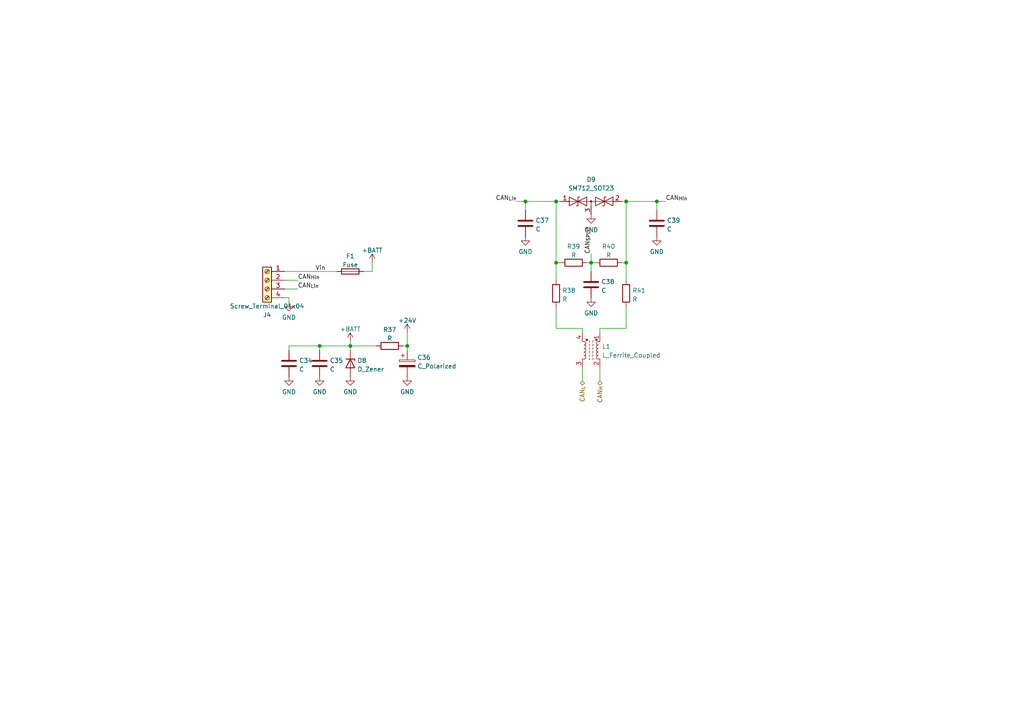
<source format=kicad_sch>
(kicad_sch (version 20230121) (generator eeschema)
  (paper "A4")
  (lib_symbols
    (symbol "Connector:Screw_Terminal_01x04" (pin_names (offset 1.016) hide)
      (property "Reference" "J" (at 0 5.08 0))
      (property "Value" "Screw_Terminal_01x04" (at 0 -7.62 0))
      (symbol "Screw_Terminal_01x04_1_1"
        (rectangle (start -1.27 3.81) (end 1.27 -6.35) (stroke (width 0.254)) (fill (type background)))
        (circle (center 0 -5.08) (radius 0.635) (stroke (width 0.1524)))
        (circle (center 0 -2.54) (radius 0.635) (stroke (width 0.1524)))
        (polyline (pts (xy -0.5334 -4.7498) (xy 0.3302 -5.588)) (stroke (width 0.1524)))
        (polyline (pts (xy -0.5334 -2.2098) (xy 0.3302 -3.048)) (stroke (width 0.1524)))
        (polyline (pts (xy -0.5334 0.3302) (xy 0.3302 -0.508)) (stroke (width 0.1524)))
        (polyline (pts (xy -0.5334 2.8702) (xy 0.3302 2.032)) (stroke (width 0.1524)))
        (polyline (pts (xy -0.3556 -4.572) (xy 0.508 -5.4102)) (stroke (width 0.1524)))
        (polyline (pts (xy -0.3556 -2.032) (xy 0.508 -2.8702)) (stroke (width 0.1524)))
        (polyline (pts (xy -0.3556 0.508) (xy 0.508 -0.3302)) (stroke (width 0.1524)))
        (polyline (pts (xy -0.3556 3.048) (xy 0.508 2.2098)) (stroke (width 0.1524)))
        (circle (center 0 0) (radius 0.635) (stroke (width 0.1524)))
        (circle (center 0 2.54) (radius 0.635) (stroke (width 0.1524)))
        (pin passive line (at -5.08 2.54 0) (length 3.81) (name "Pin_1") (number "1"))
        (pin passive line (at -5.08 0 0) (length 3.81) (name "Pin_2") (number "2"))
        (pin passive line (at -5.08 -2.54 0) (length 3.81) (name "Pin_3") (number "3"))
        (pin passive line (at -5.08 -5.08 0) (length 3.81) (name "Pin_4") (number "4"))
      )
    )
    (symbol "Device:C" (pin_numbers hide) (pin_names (offset 0.254))
      (property "Reference" "C" (at 0.635 2.54 0))
      (property "Value" "C" (at 0.635 -2.54 0))
      (symbol "C_0_1"
        (polyline (pts (xy -2.032 -0.762) (xy 2.032 -0.762)) (stroke (width 0.508)))
        (polyline (pts (xy -2.032 0.762) (xy 2.032 0.762)) (stroke (width 0.508)))
      )
      (symbol "C_1_1"
        (pin passive line (at 0 3.81 270) (length 2.794) (name "~") (number "1"))
        (pin passive line (at 0 -3.81 90) (length 2.794) (name "~") (number "2"))
      )
    )
    (symbol "Device:C_Polarized" (pin_numbers hide) (pin_names (offset 0.254))
      (property "Reference" "C" (at 0.635 2.54 0))
      (property "Value" "C_Polarized" (at 0.635 -2.54 0))
      (symbol "C_Polarized_0_1"
        (rectangle (start -2.286 0.508) (end 2.286 1.016))
        (polyline (pts (xy -1.778 2.286) (xy -0.762 2.286)))
        (polyline (pts (xy -1.27 2.794) (xy -1.27 1.778)))
        (rectangle (start 2.286 -0.508) (end -2.286 -1.016) (fill (type outline)))
      )
      (symbol "C_Polarized_1_1"
        (pin passive line (at 0 3.81 270) (length 2.794) (name "~") (number "1"))
        (pin passive line (at 0 -3.81 90) (length 2.794) (name "~") (number "2"))
      )
    )
    (symbol "Device:D_Zener" (pin_numbers hide) (pin_names (offset 1.016) hide)
      (property "Reference" "D" (at 0 2.54 0))
      (property "Value" "D_Zener" (at 0 -2.54 0))
      (symbol "D_Zener_0_1"
        (polyline (pts (xy 1.27 0) (xy -1.27 0)))
        (polyline (pts (xy -1.27 -1.27) (xy -1.27 1.27) (xy -0.762 1.27)) (stroke (width 0.254)))
        (polyline (pts (xy 1.27 -1.27) (xy 1.27 1.27) (xy -1.27 0) (xy 1.27 -1.27)) (stroke (width 0.254)))
      )
      (symbol "D_Zener_1_1"
        (pin passive line (at -3.81 0 0) (length 2.54) (name "K") (number "1"))
        (pin passive line (at 3.81 0 180) (length 2.54) (name "A") (number "2"))
      )
    )
    (symbol "Device:Fuse" (pin_numbers hide) (pin_names (offset 0))
      (property "Reference" "F" (at 2.032 0 90))
      (property "Value" "Fuse" (at -1.905 0 90))
      (symbol "Fuse_0_1"
        (rectangle (start -0.762 -2.54) (end 0.762 2.54) (stroke (width 0.254)))
        (polyline (pts (xy 0 2.54) (xy 0 -2.54)))
      )
      (symbol "Fuse_1_1"
        (pin passive line (at 0 3.81 270) (length 1.27) (name "~") (number "1"))
        (pin passive line (at 0 -3.81 90) (length 1.27) (name "~") (number "2"))
      )
    )
    (symbol "Device:L_Ferrite_Coupled_1243" (pin_names (offset 0.254) hide)
      (property "Reference" "L" (at 0 4.445 0))
      (property "Value" "L_Ferrite_Coupled_1243" (at 0 -4.445 0))
      (symbol "L_Ferrite_Coupled_1243_0_1"
        (circle (center -3.048 -1.27) (radius 0.254) (fill (type outline)))
        (circle (center -3.048 1.524) (radius 0.254) (fill (type outline)))
        (arc (start -2.54 2.032) (mid -2.032 1.5262) (end -1.524 2.032))
        (arc (start -1.524 -2.032) (mid -2.032 -1.5262) (end -2.54 -2.032))
        (arc (start -1.524 2.032) (mid -1.016 1.5262) (end -0.508 2.032))
        (arc (start -0.508 -2.032) (mid -1.016 -1.5262) (end -1.524 -2.032))
        (arc (start -0.508 2.032) (mid 0 1.5262) (end 0.508 2.032))
        (polyline (pts (xy -2.794 -0.508) (xy -2.286 -0.508)))
        (polyline (pts (xy -2.794 0.508) (xy -2.286 0.508)))
        (polyline (pts (xy -2.54 -2.032) (xy -2.54 -2.54)))
        (polyline (pts (xy -2.54 2.032) (xy -2.54 2.54)))
        (polyline (pts (xy -1.778 -0.508) (xy -1.27 -0.508)))
        (polyline (pts (xy -1.778 0.508) (xy -1.27 0.508)))
        (polyline (pts (xy -0.762 -0.508) (xy -0.254 -0.508)))
        (polyline (pts (xy -0.762 0.508) (xy -0.254 0.508)))
        (polyline (pts (xy 0.254 -0.508) (xy 0.762 -0.508)))
        (polyline (pts (xy 0.254 0.508) (xy 0.762 0.508)))
        (polyline (pts (xy 1.27 -0.508) (xy 1.778 -0.508)))
        (polyline (pts (xy 1.27 0.508) (xy 1.778 0.508)))
        (polyline (pts (xy 2.286 -0.508) (xy 2.794 -0.508)))
        (polyline (pts (xy 2.286 0.508) (xy 2.794 0.508)))
        (polyline (pts (xy 2.54 -2.032) (xy 2.54 -2.54)))
        (polyline (pts (xy 2.54 2.54) (xy 2.54 2.032)))
        (arc (start 0.508 -2.032) (mid 0 -1.5262) (end -0.508 -2.032))
        (arc (start 0.508 2.032) (mid 1.016 1.5262) (end 1.524 2.032))
        (arc (start 1.524 -2.032) (mid 1.016 -1.5262) (end 0.508 -2.032))
        (arc (start 1.524 2.032) (mid 2.032 1.5262) (end 2.54 2.032))
        (arc (start 2.54 -2.032) (mid 2.032 -1.5262) (end 1.524 -2.032))
      )
      (symbol "L_Ferrite_Coupled_1243_1_1"
        (pin passive line (at -5.08 2.54 0) (length 2.54) (name "1") (number "1"))
        (pin passive line (at 5.08 2.54 180) (length 2.54) (name "2") (number "2"))
        (pin passive line (at 5.08 -2.54 180) (length 2.54) (name "3") (number "3"))
        (pin passive line (at -5.08 -2.54 0) (length 2.54) (name "4") (number "4"))
      )
    )
    (symbol "Device:R" (pin_numbers hide) (pin_names (offset 0))
      (property "Reference" "R" (at 2.032 0 90))
      (property "Value" "R" (at 0 0 90))
      (symbol "R_0_1"
        (rectangle (start -1.016 -2.54) (end 1.016 2.54) (stroke (width 0.254)))
      )
      (symbol "R_1_1"
        (pin passive line (at 0 3.81 270) (length 1.27) (name "~") (number "1"))
        (pin passive line (at 0 -3.81 90) (length 1.27) (name "~") (number "2"))
      )
    )
    (symbol "Diode:SM712_SOT23" (pin_names (offset 1.016) hide)
      (property "Reference" "D" (at 0 4.445 0))
      (property "Value" "SM712_SOT23" (at 0 2.54 0))
      (symbol "SM712_SOT23_0_0"
        (polyline (pts (xy 0 -1.27) (xy 0 0)))
      )
      (symbol "SM712_SOT23_0_1"
        (polyline (pts (xy -6.35 0) (xy 6.35 0)))
        (polyline (pts (xy -3.302 1.27) (xy -3.81 1.27) (xy -3.81 -1.27) (xy -4.318 -1.27)) (stroke (width 0.2032)))
        (polyline (pts (xy 4.318 1.27) (xy 3.81 1.27) (xy 3.81 -1.27) (xy 3.302 -1.27)) (stroke (width 0.2032)))
        (polyline (pts (xy -6.35 -1.27) (xy -1.27 1.27) (xy -1.27 -1.27) (xy -6.35 1.27) (xy -6.35 -1.27)) (stroke (width 0.2032)))
        (polyline (pts (xy 1.27 -1.27) (xy 1.27 1.27) (xy 6.35 -1.27) (xy 6.35 1.27) (xy 1.27 -1.27)) (stroke (width 0.2032)))
        (circle (center 0 0) (radius 0.254) (fill (type outline)))
      )
      (symbol "SM712_SOT23_1_1"
        (pin passive line (at -8.89 0 0) (length 2.54) (name "A1") (number "1"))
        (pin passive line (at 8.89 0 180) (length 2.54) (name "A2") (number "2"))
        (pin input line (at 0 -3.81 90) (length 2.54) (name "common") (number "3"))
      )
    )
    (symbol "power:+24V" (power) (pin_names (offset 0))
      (property "Value" "+24V" (at 0 3.556 0))
      (symbol "+24V_0_1"
        (polyline (pts (xy -0.762 1.27) (xy 0 2.54)))
        (polyline (pts (xy 0 0) (xy 0 2.54)))
        (polyline (pts (xy 0 2.54) (xy 0.762 1.27)))
      )
      (symbol "+24V_1_1"
        (pin power_in line (at 0 0 90) (length 0) hide (name "+24V") (number "1"))
      )
    )
    (symbol "power:+BATT" (power) (pin_names (offset 0))
      (property "Value" "+BATT" (at 0 3.556 0))
      (symbol "+BATT_0_1"
        (polyline (pts (xy -0.762 1.27) (xy 0 2.54)))
        (polyline (pts (xy 0 0) (xy 0 2.54)))
        (polyline (pts (xy 0 2.54) (xy 0.762 1.27)))
      )
      (symbol "+BATT_1_1"
        (pin power_in line (at 0 0 90) (length 0) hide (name "+BATT") (number "1"))
      )
    )
    (symbol "power:GND" (power) (pin_names (offset 0))
      (property "Value" "GND" (at 0 -3.81 0))
      (symbol "GND_0_1"
        (polyline (pts (xy 0 0) (xy 0 -1.27) (xy 1.27 -1.27) (xy 0 -2.54) (xy -1.27 -1.27) (xy 0 -1.27)))
      )
      (symbol "GND_1_1"
        (pin power_in line (at 0 0 270) (length 0) hide (name "GND") (number "1"))
      )
    )
  )
  (junction (at 152.4 58.42))
  (junction (at 118.11 100.33))
  (junction (at 161.29 58.42))
  (junction (at 161.29 76.2))
  (junction (at 92.71 100.33))
  (junction (at 171.45 76.2))
  (junction (at 181.61 58.42))
  (junction (at 190.5 58.42))
  (junction (at 101.6 100.33))
  (junction (at 181.61 76.2))
  (wire (pts (xy 82.55 81.28) (xy 86.36 81.28)))
  (wire (pts (xy 181.61 76.2) (xy 181.61 81.28)))
  (wire (pts (xy 170.18 76.2) (xy 171.45 76.2)))
  (wire (pts (xy 82.55 78.74) (xy 97.79 78.74)))
  (wire (pts (xy 161.29 58.42) (xy 162.56 58.42)))
  (wire (pts (xy 152.4 58.42) (xy 161.29 58.42)))
  (wire (pts (xy 149.86 58.42) (xy 152.4 58.42)))
  (wire (pts (xy 82.55 83.82) (xy 86.36 83.82)))
  (wire (pts (xy 173.99 106.68) (xy 173.99 110.49)))
  (wire (pts (xy 181.61 88.9) (xy 181.61 95.25)))
  (wire (pts (xy 161.29 58.42) (xy 161.29 76.2)))
  (wire (pts (xy 190.5 58.42) (xy 190.5 60.96)))
  (wire (pts (xy 171.45 76.2) (xy 172.72 76.2)))
  (wire (pts (xy 83.82 86.36) (xy 82.55 86.36)))
  (wire (pts (xy 152.4 58.42) (xy 152.4 60.96)))
  (wire (pts (xy 171.45 76.2) (xy 171.45 78.74)))
  (wire (pts (xy 168.91 106.68) (xy 168.91 110.49)))
  (wire (pts (xy 193.04 58.42) (xy 190.5 58.42)))
  (wire (pts (xy 118.11 96.52) (xy 118.11 100.33)))
  (wire (pts (xy 171.45 73.66) (xy 171.45 76.2)))
  (wire (pts (xy 173.99 95.25) (xy 181.61 95.25)))
  (wire (pts (xy 181.61 58.42) (xy 180.34 58.42)))
  (wire (pts (xy 180.34 76.2) (xy 181.61 76.2)))
  (wire (pts (xy 105.41 78.74) (xy 107.95 78.74)))
  (wire (pts (xy 116.84 100.33) (xy 118.11 100.33)))
  (wire (pts (xy 101.6 100.33) (xy 109.22 100.33)))
  (wire (pts (xy 83.82 100.33) (xy 83.82 101.6)))
  (wire (pts (xy 101.6 99.06) (xy 101.6 100.33)))
  (wire (pts (xy 118.11 100.33) (xy 118.11 101.6)))
  (wire (pts (xy 168.91 95.25) (xy 161.29 95.25)))
  (wire (pts (xy 161.29 88.9) (xy 161.29 95.25)))
  (wire (pts (xy 92.71 100.33) (xy 92.71 101.6)))
  (wire (pts (xy 83.82 100.33) (xy 92.71 100.33)))
  (wire (pts (xy 190.5 58.42) (xy 181.61 58.42)))
  (wire (pts (xy 101.6 100.33) (xy 101.6 101.6)))
  (wire (pts (xy 107.95 76.2) (xy 107.95 78.74)))
  (wire (pts (xy 181.61 58.42) (xy 181.61 76.2)))
  (wire (pts (xy 92.71 100.33) (xy 101.6 100.33)))
  (wire (pts (xy 173.99 96.52) (xy 173.99 95.25)))
  (wire (pts (xy 168.91 96.52) (xy 168.91 95.25)))
  (wire (pts (xy 161.29 76.2) (xy 161.29 81.28)))
  (wire (pts (xy 83.82 87.63) (xy 83.82 86.36)))
  (wire (pts (xy 161.29 76.2) (xy 162.56 76.2)))
  (label "CAN_{Lin}" (at 86.36 83.82 0))
  (label "CAN_{Hin}" (at 86.36 81.28 0))
  (label "CAN_{Hin}" (at 193.04 58.42 0))
  (label "CAN_{Lin}" (at 149.86 58.42 180))
  (label "Vin" (at 91.44 78.74 0))
  (label "CAN_{SPLIT}" (at 171.45 73.66 90))
  (hierarchical_label "CAN_{H}" (shape bidirectional) (at 173.99 110.49 270))
  (hierarchical_label "CAN_{L}" (shape bidirectional) (at 168.91 110.49 270))
  (symbol (lib_id "Connector:Screw_Terminal_01x04") (at 77.47 81.28 0) (mirror y) (unit 1)
    (property "Reference" "J4" (at 77.47 91.3298 0))
    (property "Value" "Screw_Terminal_01x04" (at 77.47 88.7929 0))
    (property "Footprint" "Connector_Phoenix_MC:PhoenixContact_MCV_1,5_4-G-3.81_1x04_P3.81mm_Vertical" (effects hide))
  )
  (symbol (lib_id "power:GND") (at 152.4 68.58 0) (unit 1)
    (property "Reference" "#PWR074" (effects hide))
    (property "Value" "GND" (at 152.4 73.0234 0))
  )
  (symbol (lib_id "Device:C") (at 83.82 105.41 0) (unit 1)
    (property "Reference" "C34" (at 86.741 104.5753 0) (effects (justify left)))
    (property "Value" "C" (at 86.741 107.1122 0) (effects (justify left)))
    (property "Footprint" "Capacitor_SMD:C_0603_1608Metric" (effects hide))
  )
  (symbol (lib_id "power:GND") (at 83.82 109.22 0) (unit 1)
    (property "Reference" "#PWR067" (effects hide))
    (property "Value" "GND" (at 83.82 113.6634 0))
  )
  (symbol (lib_id "power:+24V") (at 118.11 96.52 0) (unit 1)
    (property "Reference" "#PWR072" (effects hide))
    (property "Value" "+24V" (at 118.11 92.9442 0))
  )
  (symbol (lib_id "power:GND") (at 92.71 109.22 0) (unit 1)
    (property "Reference" "#PWR068" (effects hide))
    (property "Value" "GND" (at 92.71 113.6634 0))
  )
  (symbol (lib_id "Device:R") (at 113.03 100.33 90) (unit 1)
    (property "Reference" "R37" (at 113.03 95.6142 90))
    (property "Value" "R" (at 113.03 98.1511 90))
    (property "Footprint" "Resistor_SMD:R_0805_2012Metric" (effects hide))
  )
  (symbol (lib_id "power:GND") (at 171.45 62.23 0) (unit 1)
    (property "Reference" "#PWR075" (effects hide))
    (property "Value" "GND" (at 171.45 66.6734 0))
  )
  (symbol (lib_id "Device:L_Ferrite_Coupled_1243") (at 171.45 101.6 270) (unit 1)
    (property "Reference" "L1" (at 174.625 100.5113 90) (effects (justify left)))
    (property "Value" "L_Ferrite_Coupled" (at 174.625 103.0482 90) (effects (justify left)))
    (property "Footprint" "Inductor_SMD:L_CommonModeChoke_Coilcraft_0805USB" (effects hide))
  )
  (symbol (lib_id "power:GND") (at 190.5 68.58 0) (unit 1)
    (property "Reference" "#PWR077" (effects hide))
    (property "Value" "GND" (at 190.5 73.0234 0))
  )
  (symbol (lib_id "Device:D_Zener") (at 101.6 105.41 270) (unit 1)
    (property "Reference" "D8" (at 103.632 104.5753 90) (effects (justify left)))
    (property "Value" "D_Zener" (at 103.632 107.1122 90) (effects (justify left)))
    (property "Footprint" "Diode_SMD:D_SMA" (effects hide))
  )
  (symbol (lib_id "Device:C") (at 152.4 64.77 0) (unit 1)
    (property "Reference" "C37" (at 155.321 63.9353 0) (effects (justify left)))
    (property "Value" "C" (at 155.321 66.4722 0) (effects (justify left)))
    (property "Footprint" "Capacitor_SMD:C_0603_1608Metric" (effects hide))
  )
  (symbol (lib_id "Diode:SM712_SOT23") (at 171.45 58.42 0) (unit 1)
    (property "Reference" "D9" (at 171.45 52.07 0))
    (property "Value" "SM712_SOT23" (at 171.45 54.61 0))
    (property "Footprint" "Package_TO_SOT_SMD:SOT-23" (effects hide))
    (property "Datasheet" "https://www.littelfuse.com/~/media/electronics/datasheets/tvs_diode_arrays/littelfuse_tvs_diode_array_sm712_datasheet.pdf.pdf" (effects hide))
  )
  (symbol (lib_id "power:GND") (at 171.45 86.36 0) (unit 1)
    (property "Reference" "#PWR076" (effects hide))
    (property "Value" "GND" (at 171.45 90.8034 0))
  )
  (symbol (lib_id "Device:C_Polarized") (at 118.11 105.41 0) (unit 1)
    (property "Reference" "C36" (at 121.031 103.6863 0) (effects (justify left)))
    (property "Value" "C_Polarized" (at 121.031 106.2232 0) (effects (justify left)))
    (property "Footprint" "Capacitor_THT:CP_Radial_D6.3mm_P2.50mm" (effects hide))
  )
  (symbol (lib_id "power:GND") (at 118.11 109.22 0) (unit 1)
    (property "Reference" "#PWR073" (effects hide))
    (property "Value" "GND" (at 118.11 113.6634 0))
  )
  (symbol (lib_id "Device:R") (at 176.53 76.2 90) (unit 1)
    (property "Reference" "R40" (at 176.53 71.4842 90))
    (property "Value" "R" (at 176.53 74.0211 90))
    (property "Footprint" "Resistor_SMD:R_0805_2012Metric_Pad1.20x1.40mm_HandSolder" (effects hide))
  )
  (symbol (lib_id "power:GND") (at 83.82 87.63 0) (unit 1)
    (property "Reference" "#PWR066" (effects hide))
    (property "Value" "GND" (at 83.82 92.0734 0))
  )
  (symbol (lib_id "Device:R") (at 161.29 85.09 0) (unit 1)
    (property "Reference" "R38" (at 163.068 84.2553 0) (effects (justify left)))
    (property "Value" "R" (at 163.068 86.7922 0) (effects (justify left)))
    (property "Footprint" "Resistor_SMD:R_0603_1608Metric" (effects hide))
  )
  (symbol (lib_id "power:+BATT") (at 101.6 99.06 0) (unit 1)
    (property "Reference" "#PWR069" (effects hide))
    (property "Value" "+BATT" (at 101.6 95.4842 0))
  )
  (symbol (lib_id "Device:R") (at 166.37 76.2 90) (unit 1)
    (property "Reference" "R39" (at 166.37 71.4842 90))
    (property "Value" "R" (at 166.37 74.0211 90))
    (property "Footprint" "Resistor_SMD:R_0805_2012Metric_Pad1.20x1.40mm_HandSolder" (effects hide))
  )
  (symbol (lib_id "Device:C") (at 171.45 82.55 0) (unit 1)
    (property "Reference" "C38" (at 174.371 81.7153 0) (effects (justify left)))
    (property "Value" "C" (at 174.371 84.2522 0) (effects (justify left)))
    (property "Footprint" "Capacitor_SMD:C_0805_2012Metric_Pad1.18x1.45mm_HandSolder" (effects hide))
  )
  (symbol (lib_id "Device:C") (at 92.71 105.41 0) (unit 1)
    (property "Reference" "C35" (at 95.631 104.5753 0) (effects (justify left)))
    (property "Value" "C" (at 95.631 107.1122 0) (effects (justify left)))
    (property "Footprint" "Capacitor_SMD:C_0603_1608Metric" (effects hide))
  )
  (symbol (lib_id "Device:Fuse") (at 101.6 78.74 90) (unit 1)
    (property "Reference" "F1" (at 101.6 74.2782 90))
    (property "Value" "Fuse" (at 101.6 76.8151 90))
    (property "Footprint" "Fuse:Fuse_1206_3216Metric_Pad1.42x1.75mm_HandSolder" (effects hide))
  )
  (symbol (lib_id "Device:R") (at 181.61 85.09 0) (unit 1)
    (property "Reference" "R41" (at 183.388 84.2553 0) (effects (justify left)))
    (property "Value" "R" (at 183.388 86.7922 0) (effects (justify left)))
    (property "Footprint" "Resistor_SMD:R_0603_1608Metric" (effects hide))
  )
  (symbol (lib_id "power:GND") (at 101.6 109.22 0) (unit 1)
    (property "Reference" "#PWR070" (effects hide))
    (property "Value" "GND" (at 101.6 113.6634 0))
  )
  (symbol (lib_id "Device:C") (at 190.5 64.77 0) (unit 1)
    (property "Reference" "C39" (at 193.421 63.9353 0) (effects (justify left)))
    (property "Value" "C" (at 193.421 66.4722 0) (effects (justify left)))
    (property "Footprint" "Capacitor_SMD:C_0603_1608Metric" (effects hide))
  )
  (symbol (lib_id "power:+BATT") (at 107.95 76.2 0) (unit 1)
    (property "Reference" "#PWR071" (effects hide))
    (property "Value" "+BATT" (at 107.95 72.6242 0))
  )
)
</source>
